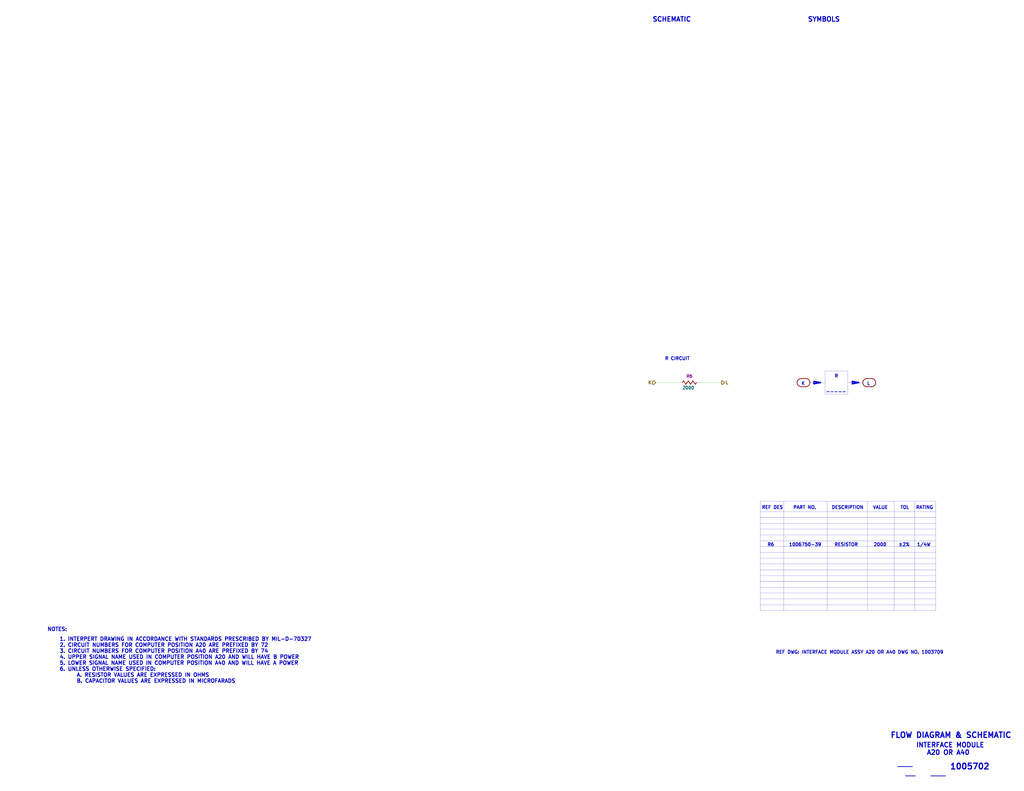
<source format=kicad_sch>
(kicad_sch (version 20211123) (generator eeschema)
  (paper "E")
  (lib_symbols
    (symbol "AGC_DSKY:OvalBody2" (pin_numbers hide) (pin_names (offset 0) hide)
      (symbol "OvalBody2_1_0"
        (arc (start -2.54 4.445) (mid -6.985 0) (end -2.54 -4.445) (stroke (width 0.762)))
        (polyline (pts (xy -2.54 -4.445) (xy 2.54 -4.445)) (stroke (width 0.762)))
        (polyline (pts (xy -2.54 4.445) (xy 2.54 4.445)) (stroke (width 0.762)))
        (arc (start 2.54 -4.445) (mid 6.985 0) (end 2.54 4.445) (stroke (width 0.762)))
      )
    )
    (symbol "AGC_DSKY:Resistor" (pin_numbers hide) (pin_names (offset 0) hide)
      (property "Reference" "R" (at -0.635 -4.445 0))
      (symbol "Resistor_0_1"
        (polyline (pts (xy -7.62 0) (xy -6.35 -1.905) (xy -3.81 1.905) (xy -1.27 -1.905) (xy 1.27 1.905) (xy 3.81 -1.905) (xy 6.35 1.905) (xy 7.62 0)) (stroke (width 0.762)))
      )
      (symbol "Resistor_1_1"
        (pin passive line (at -10.16 0 0) (length 2.54) (name "1") (number "1"))
        (pin passive line (at 10.16 0 180) (length 2.54) (name "2") (number "2"))
      )
    )
  )
  (polyline (pts (xy 829.945 584.2) (xy 1021.08 584.2)) (stroke (width 0) (type solid)))
  (polyline (pts (xy 829.945 647.7) (xy 1021.08 647.7)) (stroke (width 0) (type solid)))
  (polyline (pts (xy 888.365 419.1) (xy 888.365 416.56)) (stroke (width 1.524) (type solid)))
  (polyline (pts (xy 895.35 417.83) (xy 888.365 419.1)) (stroke (width 1.524) (type solid)))
  (polyline (pts (xy 829.945 615.95) (xy 1021.08 615.95)) (stroke (width 0) (type solid)))
  (polyline (pts (xy 900.43 430.53) (xy 925.195 430.53)) (stroke (width 0) (type solid)))
  (polyline (pts (xy 925.195 430.53) (xy 925.195 405.13)) (stroke (width 0) (type solid)))
  (polyline (pts (xy 829.945 571.5) (xy 1021.08 571.5)) (stroke (width 0) (type solid)))
  (polyline (pts (xy 829.945 565.15) (xy 1021.08 565.15)) (stroke (width 0) (type solid)))
  (polyline (pts (xy 889.635 416.56) (xy 889.635 419.1)) (stroke (width 0) (type solid)))
  (polyline (pts (xy 829.945 654.05) (xy 1021.08 654.05)) (stroke (width 0) (type solid)))
  (polyline (pts (xy 998.22 548.005) (xy 998.22 667.385)) (stroke (width 0) (type solid)))
  (polyline (pts (xy 883.92 417.83) (xy 900.43 417.83)) (stroke (width 0) (type solid)))
  (polyline (pts (xy 855.345 547.37) (xy 855.345 666.75)) (stroke (width 0) (type solid)))
  (wire (pts (xy 742.315 417.83) (xy 715.645 417.83)))
  (polyline (pts (xy 829.945 558.8) (xy 1021.08 558.8)) (stroke (width 0) (type solid)))
  (polyline (pts (xy 829.945 641.35) (xy 1021.08 641.35)) (stroke (width 0) (type solid)))
  (polyline (pts (xy 975.995 547.37) (xy 975.995 666.75)) (stroke (width 0) (type solid)))
  (polyline (pts (xy 829.945 547.37) (xy 829.945 666.75)) (stroke (width 0) (type solid)))
  (polyline (pts (xy 829.945 596.9) (xy 1021.08 596.9)) (stroke (width 0) (type solid)))
  (polyline (pts (xy 829.945 609.6) (xy 1021.08 609.6)) (stroke (width 0) (type solid)))
  (polyline (pts (xy 888.365 416.56) (xy 895.35 417.83)) (stroke (width 1.524) (type solid)))
  (polyline (pts (xy 895.985 417.83) (xy 889.635 416.56)) (stroke (width 0) (type solid)))
  (polyline (pts (xy 829.945 635) (xy 1021.08 635)) (stroke (width 0) (type solid)))
  (polyline (pts (xy 829.945 590.55) (xy 1021.08 590.55)) (stroke (width 0) (type solid)))
  (polyline (pts (xy 829.945 660.4) (xy 1021.08 660.4)) (stroke (width 0) (type solid)))
  (polyline (pts (xy 937.26 417.83) (xy 930.275 419.1)) (stroke (width 1.524) (type solid)))
  (polyline (pts (xy 1021.08 547.37) (xy 1021.08 666.75)) (stroke (width 0) (type solid)))
  (polyline (pts (xy 930.91 419.1) (xy 937.26 417.83)) (stroke (width 0) (type solid)))
  (polyline (pts (xy 829.945 628.65) (xy 1021.08 628.65)) (stroke (width 0) (type solid)))
  (polyline (pts (xy 930.91 416.56) (xy 930.91 419.1)) (stroke (width 0) (type solid)))
  (polyline (pts (xy 829.945 603.25) (xy 1021.08 603.25)) (stroke (width 0) (type solid)))
  (polyline (pts (xy 829.945 666.75) (xy 1021.08 666.75)) (stroke (width 0) (type solid)))
  (polyline (pts (xy 829.945 622.3) (xy 1021.08 622.3)) (stroke (width 0) (type solid)))
  (polyline (pts (xy 902.97 547.37) (xy 902.97 666.75)) (stroke (width 0) (type solid)))
  (polyline (pts (xy 829.945 547.37) (xy 1021.08 547.37)) (stroke (width 0) (type solid)))
  (wire (pts (xy 762.635 417.83) (xy 787.4 417.83)))
  (polyline (pts (xy 930.275 416.56) (xy 937.26 417.83)) (stroke (width 1.524) (type solid)))
  (polyline (pts (xy 930.275 419.1) (xy 930.275 416.56)) (stroke (width 1.524) (type solid)))
  (polyline (pts (xy 946.785 547.37) (xy 946.785 666.75)) (stroke (width 0) (type solid)))
  (polyline (pts (xy 937.26 417.83) (xy 930.91 416.56)) (stroke (width 0) (type solid)))
  (polyline (pts (xy 925.195 405.13) (xy 900.43 405.13)) (stroke (width 0) (type solid)))
  (polyline (pts (xy 889.635 419.1) (xy 895.985 417.83)) (stroke (width 0) (type solid)))
  (polyline (pts (xy 925.83 417.83) (xy 941.705 417.83)) (stroke (width 0) (type solid)))
  (polyline (pts (xy 829.945 577.85) (xy 1021.08 577.85)) (stroke (width 0) (type solid)))
  (polyline (pts (xy 900.43 405.13) (xy 900.43 430.53)) (stroke (width 0) (type solid)))
  (text "____" (at 999.49 847.725 180) (effects (font (size 3.556 3.556) (thickness 0.7112) bold) (justify right bottom)))
  (text "1. INTERPERT DRAWING IN ACCORDANCE WITH STANDARDS PRESCRIBED BY MIL-D-70327\n2. CIRCUIT NUMBERS FOR COMPUTER POSITION A20 ARE PREFIXED BY 72\n3. CIRCUIT NUMBERS FOR COMPUTER POSITION A40 ARE PREFIXED BY 74\n4. UPPER SIGNAL NAME USED IN COMPUTER POSITION A20 AND WILL HAVE B POWER\n5. LOWER SIGNAL NAME USED IN COMPUTER POSITION A40 AND WILL HAVE A POWER\n6. UNLESS OTHERWISE SPECIFIED:\n      A. RESISTOR VALUES ARE EXPRESSED IN OHMS\n      B. CAPACITOR VALUES ARE EXPRESSED IN MICROFARADS" (at 64.77 746.125 0) (effects (font (size 4.064 4.064) (thickness 0.8128) bold) (justify left bottom)))
  (text "TOL" (at 982.345 556.26 0) (effects (font (size 3.556 3.556) (thickness 0.7112) bold) (justify left bottom)))
  (text "INTERFACE MODULE\n   A20 OR A40" (at 999.49 824.865 0) (effects (font (size 5.08 5.08) (thickness 1.016) bold) (justify left bottom)))
  (text "REF DWG: INTERFACE MODULE ASSY A20 OR A40 DWG NO. 1003709" (at 846.455 714.375 0) (effects (font (size 3.556 3.556) (thickness 0.7112) bold) (justify left bottom)))
  (text "R CIRCUIT" (at 753.11 393.7 180) (effects (font (size 3.556 3.556) (thickness 0.7112) bold) (justify right bottom)))
  (text "SCHEMATIC" (at 711.835 24.13 0) (effects (font (size 5.08 5.08) (thickness 1.016) bold) (justify left bottom)))
  (text "PART NO." (at 865.505 556.26 0) (effects (font (size 3.556 3.556) (thickness 0.7112) bold) (justify left bottom)))
  (text "1/4W" (at 1016 596.9 180) (effects (font (size 3.556 3.556) (thickness 0.7112) bold) (justify right bottom)))
  (text "R6" (at 845.185 596.9 180) (effects (font (size 3.556 3.556) (thickness 0.7112) bold) (justify right bottom)))
  (text "______" (at 996.315 837.565 180) (effects (font (size 3.556 3.556) (thickness 0.7112) bold) (justify right bottom)))
  (text "K" (at 874.395 421.005 0) (effects (font (size 3.556 3.556) (thickness 0.7112) bold) (justify left bottom)))
  (text "-----" (at 901.065 429.895 0) (effects (font (size 3.556 3.556) (thickness 0.7112) bold) (justify left bottom)))
  (text "L" (at 946.15 421.005 0) (effects (font (size 3.556 3.556) (thickness 0.7112) bold) (justify left bottom)))
  (text "RATING" (at 999.49 556.26 0) (effects (font (size 3.556 3.556) (thickness 0.7112) bold) (justify left bottom)))
  (text "SYMBOLS" (at 881.38 24.13 0) (effects (font (size 5.08 5.08) (thickness 1.016) bold) (justify left bottom)))
  (text "RESISTOR" (at 936.625 596.9 180) (effects (font (size 3.556 3.556) (thickness 0.7112) bold) (justify right bottom)))
  (text "FLOW DIAGRAM & SCHEMATIC" (at 971.55 806.45 0) (effects (font (size 5.9944 5.9944) (thickness 1.1989) bold) (justify left bottom)))
  (text "VALUE" (at 952.5 556.26 0) (effects (font (size 3.556 3.556) (thickness 0.7112) bold) (justify left bottom)))
  (text "NOTES:" (at 51.435 689.61 0) (effects (font (size 4.064 4.064) (thickness 0.8128) bold) (justify left bottom)))
  (text "2000" (at 967.74 596.9 180) (effects (font (size 3.556 3.556) (thickness 0.7112) bold) (justify right bottom)))
  (text "1005702" (at 1036.447 840.867 0) (effects (font (size 6.35 6.35) (thickness 1.27) bold) (justify left bottom)))
  (text "DESCRIPTION" (at 907.415 556.26 0) (effects (font (size 3.556 3.556) (thickness 0.7112) bold) (justify left bottom)))
  (text "R" (at 910.59 412.75 0) (effects (font (size 3.556 3.556) (thickness 0.7112) bold) (justify left bottom)))
  (text "______" (at 1032.51 847.725 180) (effects (font (size 3.556 3.556) (thickness 0.7112) bold) (justify right bottom)))
  (text "REF DES" (at 831.215 556.26 0) (effects (font (size 3.556 3.556) (thickness 0.7112) bold) (justify left bottom)))
  (text "±2%" (at 993.14 596.9 180) (effects (font (size 3.556 3.556) (thickness 0.7112) bold) (justify right bottom)))
  (text "1006750-39" (at 896.62 596.9 180) (effects (font (size 3.556 3.556) (thickness 0.7112) bold) (justify right bottom)))
  (hierarchical_label "K" (shape input) (at 715.645 417.83 180) (effects (font (size 3.556 3.556) (thickness 0.7112) bold)))
  (hierarchical_label "L" (shape output) (at 787.4 417.83 0) (effects (font (size 3.556 3.556) (thickness 0.7112) bold)))
  (symbol (lib_id "AGC_DSKY:OvalBody2") (at 876.935 417.83 0)
    (property "Reference" "X501" (effects hide))
    (property "Value" "OvalBody2" (effects hide))
  )
  (symbol (lib_id "AGC_DSKY:OvalBody2") (at 948.69 417.83 0)
    (property "Reference" "X502" (effects hide))
    (property "Value" "OvalBody2" (effects hide))
  )
  (symbol (lib_id "AGC_DSKY:Resistor") (at 752.475 417.83 0) (mirror y)
    (property "Reference" "3R6" (effects hide))
    (property "Value" "2000" (at 751.205 423.545 0) (effects (font (size 3.302 3.302) bold)))
    (property "baseRefd" "R6" (at 752.475 410.845 0) (effects (font (size 3.302 3.302) bold)))
  )
)
</source>
